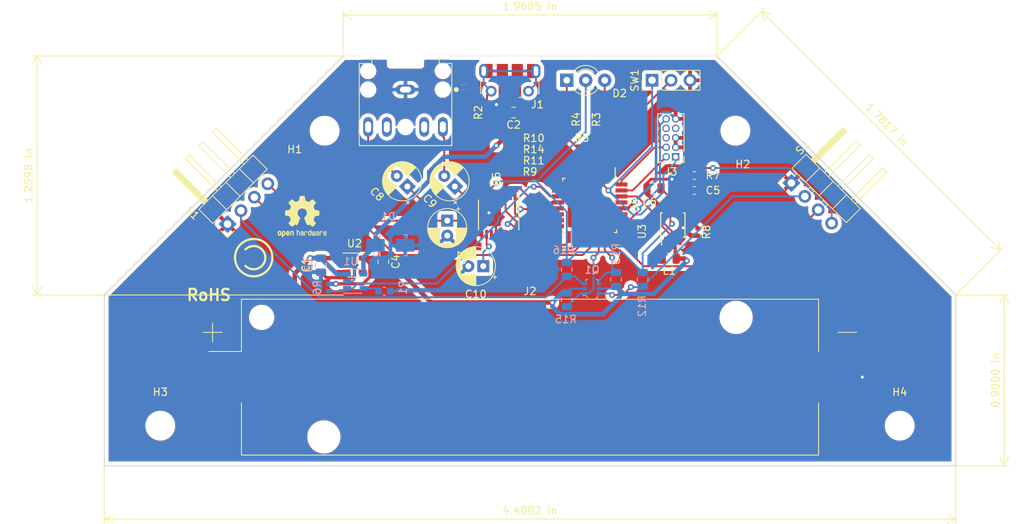
<source format=kicad_pcb>
(kicad_pcb (version 20171130) (host pcbnew "(5.1.5)-3")
  (title_block (title "USonic Theremin") (date 2020-12-02) (rev 1.0) (company "Hardy Technologies") (comment 1 "By Neil Hardy"))
  (layers (0 F.Cu signal hide) (31 B.Cu signal hide) (34 B.Paste user) (35 F.Paste user) (36 B.SilkS user) (37 F.SilkS user) (38 B.Mask user) (39 F.Mask user) (44 Edge.Cuts user))
  (net 0 "")
  (net 1 /VBUS)
  (net 2 GNDA)
  (net 3 /VBAT)
  (net 4 /3.3V)
  (net 5 /5V)
  (net 6 "Net-(C5-Pad2)")
  (net 7 /VOUTL)
  (net 8 "Net-(C8-Pad1)")
  (net 9 /VOUTR)
  (net 10 "Net-(C9-Pad1)")
  (net 11 /VCOM)
  (net 12 "Net-(D2-Pad1)")
  (net 13 "Net-(D2-Pad3)")
  (net 14 "Net-(J1-Pad6)")
  (net 15 "Net-(J1-Pad2)")
  (net 16 "Net-(J1-Pad4)")
  (net 17 "Net-(J1-Pad3)")
  (net 18 /SWD_DATA)
  (net 19 GNDD)
  (net 20 /SWD_CLK)
  (net 21 "Net-(J3-Pad6)")
  (net 22 "Net-(J3-Pad7)")
  (net 23 "Net-(J3-Pad8)")
  (net 24 /XRES)
  (net 25 "Net-(J4-Pad11)")
  (net 26 "Net-(J4-Pad10)")
  (net 27 "Net-(L1-Pad2)")
  (net 28 /ECHO2)
  (net 29 /ECHO1S)
  (net 30 /ECHO2S)
  (net 31 /ECHO1)
  (net 32 /STAT)
  (net 33 /BLUE)
  (net 34 /RED)
  (net 35 /SCK)
  (net 36 /BCK)
  (net 37 /DATA)
  (net 38 /LRCK)
  (net 39 /TRIG1)
  (net 40 /TRIG2)
  (net 41 /BUTTON)
  (net 42 /DEMP)
  (net 43 /MUTE)
  (net 44 /FMT)
  (net 45 /ENABLE)
  (net 46 "Net-(U4-Pad6)")
  (net 47 "Net-(U5-Pad5)")
  (net 48 "Net-(U5-Pad11)")
  (net 49 "Net-(R1-Pad1)")
  (net 50 "Net-(R4-Pad2)")
  (net 51 "Net-(R9-Pad1)")
  (net 52 "Net-(R10-Pad1)")
  (net 53 "Net-(R11-Pad1)")
  (net 54 "Net-(R14-Pad2)")
  (net 55 "Net-(U2-Pad4)")
  (net 56 "Net-(U3-Pad6)")
  (net 57 "Net-(U4-Pad4)")
  (net 58 "Net-(U4-Pad5)")
  (net 59 "Net-(U4-Pad7)")
  (net 60 "Net-(U4-Pad8)")
  (net 61 "Net-(U4-Pad13)")
  (net 62 "Net-(U4-Pad20)")
  (net 63 "Net-(U4-Pad27)")
  (net 64 "Net-(U4-Pad29)")
  (module Symbol:OSHW-Logo2_7.3x6mm_SilkScreen (layer F.Cu) (at 109.614 108.42)
    (fp_text reference REF** hide)
    (fp_text value OSHW-Logo2_7.3x6mm_SilkScreen hide)
  )
  (module Fiducial:Fiducial_1mm_Mask2mm (layer F.Cu) (at 88.114 123.92)
    (fp_text reference " " (at 0 -2) (layer F.SilkS))
    (fp_text value " ")
    (pad "" smd circle (at 0 0) (size 1 1) (layers F.Cu F.Mask) (clearance 0.5))
  )
  (module Fiducial:Fiducial_1mm_Mask2mm (layer F.Cu) (at 112.614 102.92)
    (fp_text reference " " (at 0 -2) (layer F.SilkS))
    (fp_text value " ")
    (pad "" smd circle (at 0 0) (size 1 1) (layers F.Cu F.Mask) (clearance 0.5))
  )
  (module Fiducial:Fiducial_1mm_Mask2mm (layer F.Cu) (at 193.114 123.92)
    (fp_text reference " " (at 0 -2) (layer F.SilkS))
    (fp_text value " ")
    (pad "" smd circle (at 0 0) (size 1 1) (layers F.Cu F.Mask) (clearance 0.5))
  )
  (module digikey-footprints:DO-214AC (layer B.Cu) (at 121.412 112.268)
    (fp_text reference D1 (at -0.298 -3.848 180) (layer B.SilkS) (effects (justify mirror)))
    (fp_text value D_Schottky)
    (pad 2 smd rect (at 2 0) (size 2.5 1.7) (layers B.Cu B.Paste B.Mask) (net 2 GNDA))
    (pad 1 smd rect (at -2 0) (size 2.5 1.7) (layers B.Cu B.Paste B.Mask) (net 1 /VBUS))
  )
  (module Symbol:Symbol_CC-ShareAlike_CopperTop_Small (layer F.Cu) (at 103.114 113.92)
    (fp_text reference " " (at 1.5 -3.5) (layer F.SilkS))
    (fp_text value CC-ShareAlike)
  )
  (module MountingHole:MountingHole_3mm (layer F.Cu) (at 189.614 136.42)
    (fp_text reference H4 (at 0 -4.5) (layer F.SilkS))
    (fp_text value " ")
    (pad 1 np_thru_hole circle (at 0 0) (size 3 3) (drill 3) (layers *.Cu *.Mask))
  )
  (module MountingHole:MountingHole_3mm (layer F.Cu) (at 90.614 136.42)
    (fp_text reference H3 (at 0 -4.5) (layer F.SilkS))
    (fp_text value " ")
    (pad 1 np_thru_hole circle (at 0 0) (size 3 3) (drill 3) (layers *.Cu *.Mask))
  )
  (module MountingHole:MountingHole_3mm (layer F.Cu) (at 167.614 96.92)
    (fp_text reference H2 (at 1 4.5) (layer F.SilkS))
    (fp_text value " ")
    (pad 1 np_thru_hole circle (at 0 0) (size 3 3) (drill 3) (layers *.Cu *.Mask))
  )
  (module MountingHole:MountingHole_3mm (layer F.Cu) (at 112.614 96.92)
    (fp_text reference H1 (at -4 2.5) (layer F.SilkS))
    (fp_text value 3mm)
    (pad 1 np_thru_hole circle (at 0 0) (size 3 3) (drill 3) (layers *.Cu *.Mask))
  )
  (module Connector_PinHeader_2.54mm:PinHeader_1x04_P2.54mm_Horizontal (layer F.Cu) (at 99.614 109.42 135)
    (fp_text reference S1 (at 4.385 -2.27 135) (layer F.SilkS))
    (fp_text value HC-SR04)
    (pad 4 thru_hole oval (at 0 7.62 135) (size 1.7 1.7) (drill 1) (layers *.Cu *.Mask) (net 5 /5V))
    (pad 3 thru_hole oval (at 0 5.08 135) (size 1.7 1.7) (drill 1) (layers *.Cu *.Mask) (net 39 /TRIG1))
    (pad 2 thru_hole oval (at 0 2.54 135) (size 1.7 1.7) (drill 1) (layers *.Cu *.Mask) (net 31 /ECHO1))
    (pad 1 thru_hole rect (at 0 0 135) (size 1.7 1.7) (drill 1) (layers *.Cu *.Mask) (net 19 GNDD))
  )
  (module Connector_PinHeader_2.54mm:PinHeader_1x04_P2.54mm_Horizontal (layer F.Cu) (at 175.114 103.92 45)
    (fp_text reference S2 (at 4.385 -2.27 45) (layer F.SilkS))
    (fp_text value HC-SR04)
    (pad 1 thru_hole rect (at 0 0 45) (size 1.7 1.7) (drill 1) (layers *.Cu *.Mask) (net 19 GNDD))
    (pad 2 thru_hole oval (at 0 2.54 45) (size 1.7 1.7) (drill 1) (layers *.Cu *.Mask) (net 28 /ECHO2))
    (pad 3 thru_hole oval (at 0 5.08 45) (size 1.7 1.7) (drill 1) (layers *.Cu *.Mask) (net 40 /TRIG2))
    (pad 4 thru_hole oval (at 0 7.62 45) (size 1.7 1.7) (drill 1) (layers *.Cu *.Mask) (net 5 /5V))
  )
  (module Package_SO:TSSOP-8_3x3mm_P0.65mm (layer F.Cu) (at 159.239001 109.542999 90)
    (fp_text reference U3 (at -0.877001 -4.125001 90) (layer F.SilkS))
    (fp_text value PAM2401)
    (pad 8 smd rect (at 2.15 -0.975 90) (size 1.1 0.4) (layers F.Cu F.Paste F.Mask) (net 2 GNDA))
    (pad 7 smd rect (at 2.15 -0.325 90) (size 1.1 0.4) (layers F.Cu F.Paste F.Mask) (net 5 /5V))
    (pad 6 smd rect (at 2.15 0.325 90) (size 1.1 0.4) (layers F.Cu F.Paste F.Mask) (net 56 "Net-(U3-Pad6)"))
    (pad 5 smd rect (at 2.15 0.975 90) (size 1.1 0.4) (layers F.Cu F.Paste F.Mask) (net 6 "Net-(C5-Pad2)"))
    (pad 4 smd rect (at -2.15 0.975 90) (size 1.1 0.4) (layers F.Cu F.Paste F.Mask) (net 2 GNDA))
    (pad 3 smd rect (at -2.15 0.325 90) (size 1.1 0.4) (layers F.Cu F.Paste F.Mask) (net 4 /3.3V))
    (pad 2 smd rect (at -2.15 -0.325 90) (size 1.1 0.4) (layers F.Cu F.Paste F.Mask) (net 45 /ENABLE))
    (pad 1 smd rect (at -2.15 -0.975 90) (size 1.1 0.4) (layers F.Cu F.Paste F.Mask) (net 27 "Net-(L1-Pad2)"))
  )
  (module Connector_PinHeader_1.27mm:PinHeader_2x05_P1.27mm_Vertical (layer F.Cu) (at 159.614 100.42 180)
    (fp_text reference J3 (at 0.635 -2) (layer F.SilkS))
    (fp_text value JTAG)
    (pad 10 thru_hole oval (at 1.27 5.08 180) (size 1 1) (drill 0.65) (layers *.Cu *.Mask) (net 24 /XRES))
    (pad 9 thru_hole oval (at 0 5.08 180) (size 1 1) (drill 0.65) (layers *.Cu *.Mask) (net 19 GNDD))
    (pad 8 thru_hole oval (at 1.27 3.81 180) (size 1 1) (drill 0.65) (layers *.Cu *.Mask) (net 23 "Net-(J3-Pad8)"))
    (pad 7 thru_hole oval (at 0 3.81 180) (size 1 1) (drill 0.65) (layers *.Cu *.Mask) (net 22 "Net-(J3-Pad7)"))
    (pad 6 thru_hole oval (at 1.27 2.54 180) (size 1 1) (drill 0.65) (layers *.Cu *.Mask) (net 21 "Net-(J3-Pad6)"))
    (pad 5 thru_hole oval (at 0 2.54 180) (size 1 1) (drill 0.65) (layers *.Cu *.Mask) (net 19 GNDD))
    (pad 4 thru_hole oval (at 1.27 1.27 180) (size 1 1) (drill 0.65) (layers *.Cu *.Mask) (net 20 /SWD_CLK))
    (pad 3 thru_hole oval (at 0 1.27 180) (size 1 1) (drill 0.65) (layers *.Cu *.Mask) (net 19 GNDD))
    (pad 2 thru_hole oval (at 1.27 0 180) (size 1 1) (drill 0.65) (layers *.Cu *.Mask) (net 18 /SWD_DATA))
    (pad 1 thru_hole rect (at 0 0 180) (size 1 1) (drill 0.65) (layers *.Cu *.Mask) (net 4 /3.3V))
  )
  (module Resistor_SMD:R_0402_1005Metric (layer F.Cu) (at 147.066 99.06)
    (fp_text reference R5 (at 0 -1.17) (layer F.SilkS))
    (fp_text value 100)
    (pad 2 smd roundrect (at 0.485 0) (size 0.59 0.64) (layers F.Cu F.Paste F.Mask) (net 34 /RED))
    (pad 1 smd roundrect (at -0.485 0) (size 0.59 0.64) (layers F.Cu F.Paste F.Mask) (net 50 "Net-(R4-Pad2)"))
  )
  (module Capacitor_SMD:C_0805_2012Metric (layer F.Cu) (at 137.922 94.488 180)
    (fp_text reference C2 (at 0 -1.65) (layer F.SilkS))
    (fp_text value 10u)
    (pad 1 smd roundrect (at -0.9375 0 180) (size 0.975 1.4) (layers F.Cu F.Paste F.Mask) (net 1 /VBUS))
    (pad 2 smd roundrect (at 0.9375 0 180) (size 0.975 1.4) (layers F.Cu F.Paste F.Mask) (net 2 GNDA))
  )
  (module Capacitor_SMD:C_0805_2012Metric (layer B.Cu) (at 112.114 114.92 270)
    (fp_text reference C3 (at 0 1.65 270) (layer B.SilkS) (effects (justify mirror)))
    (fp_text value 10u)
    (pad 1 smd roundrect (at -0.9375 0 270) (size 0.975 1.4) (layers B.Cu B.Paste B.Mask) (net 3 /VBAT))
    (pad 2 smd roundrect (at 0.9375 0 270) (size 0.975 1.4) (layers B.Cu B.Paste B.Mask) (net 2 GNDA))
  )
  (module Capacitor_SMD:C_0805_2012Metric (layer F.Cu) (at 112.114 114.92 270)
    (fp_text reference C1 (at 0 2 90) (layer F.SilkS))
    (fp_text value 10u)
    (pad 2 smd roundrect (at 0.9375 0 270) (size 0.975 1.4) (layers F.Cu F.Paste F.Mask) (net 19 GNDD))
    (pad 1 smd roundrect (at -0.9375 0 270) (size 0.975 1.4) (layers F.Cu F.Paste F.Mask) (net 3 /VBAT))
  )
  (module Capacitor_SMD:C_0805_2012Metric (layer F.Cu) (at 120.48 114.4595 270)
    (fp_text reference C4 (at 0 -1.65 90) (layer F.SilkS))
    (fp_text value 10u)
    (pad 1 smd roundrect (at -0.9375 0 270) (size 0.975 1.4) (layers F.Cu F.Paste F.Mask) (net 4 /3.3V))
    (pad 2 smd roundrect (at 0.9375 0 270) (size 0.975 1.4) (layers F.Cu F.Paste F.Mask) (net 19 GNDD))
  )
  (module Capacitor_SMD:C_0603_1608Metric (layer F.Cu) (at 162.114 104.92)
    (fp_text reference C5 (at 2.5 0) (layer F.SilkS))
    (fp_text value 1n)
    (pad 1 smd roundrect (at -0.7875 0) (size 0.875 0.95) (layers F.Cu F.Paste F.Mask) (net 5 /5V))
    (pad 2 smd roundrect (at 0.7875 0) (size 0.875 0.95) (layers F.Cu F.Paste F.Mask) (net 6 "Net-(C5-Pad2)"))
  )
  (module Capacitor_SMD:C_0805_2012Metric (layer F.Cu) (at 156.718 104.648 180)
    (fp_text reference C6 (at 0.604 -1.772) (layer F.SilkS))
    (fp_text value 22u)
    (pad 1 smd roundrect (at -0.9375 0 180) (size 0.975 1.4) (layers F.Cu F.Paste F.Mask) (net 5 /5V))
    (pad 2 smd roundrect (at 0.9375 0 180) (size 0.975 1.4) (layers F.Cu F.Paste F.Mask) (net 2 GNDA))
  )
  (module Capacitor_THT:CP_Radial_D5.0mm_P2.00mm (layer F.Cu) (at 129.032 108.966 270)
    (fp_text reference C7 (at 5 -2 90) (layer F.SilkS))
    (fp_text value 10u)
    (pad 1 thru_hole rect (at 0 0 270) (size 1.6 1.6) (drill 0.8) (layers *.Cu *.Mask) (net 5 /5V))
    (pad 2 thru_hole circle (at 2 0 270) (size 1.6 1.6) (drill 0.8) (layers *.Cu *.Mask) (net 2 GNDA))
  )
  (module Capacitor_THT:CP_Radial_D5.0mm_P2.00mm (layer F.Cu) (at 123.698 104.394 135)
    (fp_text reference C8 (at 2.162333 -3.613316 135) (layer F.SilkS))
    (fp_text value 10u)
    (pad 2 thru_hole circle (at 2 0 135) (size 1.6 1.6) (drill 0.8) (layers *.Cu *.Mask) (net 7 /VOUTL))
    (pad 1 thru_hole rect (at 0 0 135) (size 1.6 1.6) (drill 0.8) (layers *.Cu *.Mask) (net 8 "Net-(C8-Pad1)"))
  )
  (module Capacitor_THT:CP_Radial_D5.0mm_P2.00mm (layer F.Cu) (at 130.048 104.394 135)
    (fp_text reference C9 (at 1 -3.75 135) (layer F.SilkS))
    (fp_text value 10u)
    (pad 2 thru_hole circle (at 2 0 135) (size 1.6 1.6) (drill 0.8) (layers *.Cu *.Mask) (net 9 /VOUTR))
    (pad 1 thru_hole rect (at 0 0 135) (size 1.6 1.6) (drill 0.8) (layers *.Cu *.Mask) (net 10 "Net-(C9-Pad1)"))
  )
  (module Capacitor_THT:CP_Radial_D5.0mm_P2.00mm (layer F.Cu) (at 133.858 115.062 180)
    (fp_text reference C10 (at 1 -3.75) (layer F.SilkS))
    (fp_text value 10u)
    (pad 1 thru_hole rect (at 0 0 180) (size 1.6 1.6) (drill 0.8) (layers *.Cu *.Mask) (net 11 /VCOM))
    (pad 2 thru_hole circle (at 2 0 180) (size 1.6 1.6) (drill 0.8) (layers *.Cu *.Mask) (net 2 GNDA))
  )
  (module LED_THT:LED_D3.0mm-3 (layer F.Cu) (at 145.034 90.17)
    (fp_text reference D2 (at 7.08 1.75) (layer F.SilkS))
    (fp_text value LED_Dual_CAC)
    (pad 1 thru_hole rect (at 0 0) (size 1.8 1.8) (drill 0.9) (layers *.Cu *.Mask) (net 12 "Net-(D2-Pad1)"))
    (pad 2 thru_hole circle (at 2.54 0) (size 1.8 1.8) (drill 0.9) (layers *.Cu *.Mask) (net 5 /5V))
    (pad 3 thru_hole circle (at 5.08 0) (size 1.8 1.8) (drill 0.9) (layers *.Cu *.Mask) (net 13 "Net-(D2-Pad3)"))
  )
  (module Connector_USB:USB_Micro-B_Molex-105017-0001 (layer F.Cu) (at 137.414 90.17 180)
    (fp_text reference J1 (at -3.7 -3.25) (layer F.SilkS))
    (fp_text value USB_B_Micro)
    (pad 6 smd rect (at 1 1.2375 180) (size 1.5 1.9) (layers F.Cu F.Paste F.Mask) (net 14 "Net-(J1-Pad6)"))
    (pad 6 thru_hole circle (at -2.5 -1.4625 180) (size 1.45 1.45) (drill 0.85) (layers *.Cu *.Mask) (net 14 "Net-(J1-Pad6)"))
    (pad 2 smd rect (at -0.65 -1.4625 180) (size 0.4 1.35) (layers F.Cu F.Paste F.Mask) (net 15 "Net-(J1-Pad2)"))
    (pad 1 smd rect (at -1.3 -1.4625 180) (size 0.4 1.35) (layers F.Cu F.Paste F.Mask) (net 1 /VBUS))
    (pad 5 smd rect (at 1.3 -1.4625 180) (size 0.4 1.35) (layers F.Cu F.Paste F.Mask) (net 2 GNDA))
    (pad 4 smd rect (at 0.65 -1.4625 180) (size 0.4 1.35) (layers F.Cu F.Paste F.Mask) (net 16 "Net-(J1-Pad4)"))
    (pad 3 smd rect (at 0 -1.4625 180) (size 0.4 1.35) (layers F.Cu F.Paste F.Mask) (net 17 "Net-(J1-Pad3)"))
    (pad 6 thru_hole circle (at 2.5 -1.4625 180) (size 1.45 1.45) (drill 0.85) (layers *.Cu *.Mask) (net 14 "Net-(J1-Pad6)"))
    (pad 6 smd rect (at -1 1.2375 180) (size 1.5 1.9) (layers F.Cu F.Paste F.Mask) (net 14 "Net-(J1-Pad6)"))
    (pad 6 thru_hole oval (at -3.5 1.2375) (size 1.2 1.9) (drill oval 0.6 1.3) (layers *.Cu *.Mask) (net 14 "Net-(J1-Pad6)"))
    (pad 6 thru_hole oval (at 3.5 1.2375 180) (size 1.2 1.9) (drill oval 0.6 1.3) (layers *.Cu *.Mask) (net 14 "Net-(J1-Pad6)"))
    (pad 6 smd rect (at 2.9 1.2375 180) (size 1.2 1.9) (layers F.Cu F.Mask) (net 14 "Net-(J1-Pad6)"))
    (pad 6 smd rect (at -2.9 1.2375 180) (size 1.2 1.9) (layers F.Cu F.Mask) (net 14 "Net-(J1-Pad6)"))
  )
  (module Battery:BatteryHolder_Keystone_1042_1x18650 (layer F.Cu) (at 140.114 129.92)
    (fp_text reference J2 (at 0 -11.5) (layer F.SilkS))
    (fp_text value "Li Battery")
    (pad 1 smd rect (at -39.33 0) (size 7.34 6.35) (layers F.Cu F.Paste F.Mask) (net 3 /VBAT))
    (pad 2 smd rect (at 39.33 0) (size 7.34 6.35) (layers F.Cu F.Paste F.Mask) (net 2 GNDA))
    (pad "" np_thru_hole circle (at 27.6 -8) (size 3.45 3.45) (drill 3.45) (layers *.Cu *.Mask))
    (pad "" np_thru_hole circle (at -27.6 8) (size 3.45 3.45) (drill 3.45) (layers *.Cu *.Mask))
    (pad "" np_thru_hole circle (at -35.93 -8) (size 2.39 2.39) (drill 2.39) (layers *.Cu *.Mask))
  )
  (module Theremin:CUI_SJ1-3525N (layer F.Cu) (at 123.444 91.42 270)
    (fp_text reference J4 (at -0.32516 -7.93865 90) (layer F.SilkS) (effects (font (size 1.000457 1.000457) (thickness 0.015))))
    (fp_text value SJ1-3525N)
    (fp_line (start -4.5 2) (end -4.5 6) (layer Edge.Cuts) (width 0.0001))
    (fp_line (start -3.3 2) (end -4.5 2) (layer Edge.Cuts) (width 0.0001))
    (fp_line (start -3.3 -2) (end -3.3 2) (layer Edge.Cuts) (width 0.0001))
    (fp_line (start -4.5 -2) (end -3.3 -2) (layer Edge.Cuts) (width 0.0001))
    (fp_line (start -4.5 -6) (end -4.5 -2) (layer Edge.Cuts) (width 0.0001))
    (pad None np_thru_hole circle (at 0 5 270) (size 1.2 1.2) (drill 1.2) (layers *.Cu *.Mask))
    (pad None np_thru_hole circle (at -2.5 5 270) (size 1.2 1.2) (drill 1.2) (layers *.Cu *.Mask))
    (pad None np_thru_hole circle (at 5 0 270) (size 1.2 1.2) (drill 1.2) (layers *.Cu *.Mask))
    (pad None np_thru_hole circle (at 0 -5 270) (size 1.2 1.2) (drill 1.2) (layers *.Cu *.Mask))
    (pad None np_thru_hole circle (at -2.5 -5 270) (size 1.2 1.2) (drill 1.2) (layers *.Cu *.Mask))
    (pad 3 thru_hole oval (at 5 -5 270) (size 2.616 1.308) (drill oval 1.5 0.8) (layers *.Cu *.Mask) (net 9 /VOUTR))
    (pad 11 thru_hole oval (at 5 -2.5 270) (size 2.616 1.308) (drill oval 1.5 0.8) (layers *.Cu *.Mask) (net 25 "Net-(J4-Pad11)"))
    (pad 10 thru_hole oval (at 5 2.5 270) (size 2.616 1.308) (drill oval 1.5 0.8) (layers *.Cu *.Mask) (net 26 "Net-(J4-Pad10)"))
    (pad 2 thru_hole oval (at 5 5 270) (size 2.616 1.308) (drill oval 1.5 0.8) (layers *.Cu *.Mask) (net 7 /VOUTL))
    (pad 1 thru_hole oval (at 0 0 270) (size 1.308 2.616) (drill oval 0.8 1.5) (layers *.Cu *.Mask) (net 2 GNDA))
  )
  (module Inductor_SMD:L_0805_2012Metric (layer F.Cu) (at 158.75 114.046 180)
    (fp_text reference L1 (at 0 -1.65) (layer F.SilkS))
    (fp_text value 2.2u)
    (pad 1 smd roundrect (at -0.9375 0 180) (size 0.975 1.4) (layers F.Cu F.Paste F.Mask) (net 4 /3.3V))
    (pad 2 smd roundrect (at 0.9375 0 180) (size 0.975 1.4) (layers F.Cu F.Paste F.Mask) (net 27 "Net-(L1-Pad2)"))
  )
  (module digikey-footprints:SOT-363 (layer B.Cu) (at 148.386 118.064 90)
    (fp_text reference Q1 (at 2.51 0.03 -180) (layer B.SilkS) (effects (justify mirror)))
    (fp_text value BSS138DW)
    (pad 6 smd rect (at -0.65 0.95 90) (size 0.42 0.6) (layers B.Cu B.Paste B.Mask) (net 28 /ECHO2))
    (pad 5 smd rect (at 0 0.95 90) (size 0.42 0.6) (layers B.Cu B.Paste B.Mask) (net 4 /3.3V))
    (pad 4 smd rect (at 0.65 0.95 90) (size 0.42 0.6) (layers B.Cu B.Paste B.Mask) (net 29 /ECHO1S))
    (pad 1 smd rect (at -0.65 -0.95 90) (size 0.42 0.6) (layers B.Cu B.Paste B.Mask) (net 30 /ECHO2S))
    (pad 2 smd rect (at 0 -0.95 90) (size 0.42 0.6) (layers B.Cu B.Paste B.Mask) (net 4 /3.3V))
    (pad 3 smd rect (at 0.65 -0.95 90) (size 0.42 0.6) (layers B.Cu B.Paste B.Mask) (net 31 /ECHO1))
  )
  (module Resistor_SMD:R_0402_1005Metric (layer F.Cu) (at 134.366 94.488 90)
    (fp_text reference R2 (at 0 -1.17 90) (layer F.SilkS))
    (fp_text value 100k)
    (pad 2 smd roundrect (at 0.485 0 90) (size 0.59 0.64) (layers F.Cu F.Paste F.Mask) (net 14 "Net-(J1-Pad6)"))
    (pad 1 smd roundrect (at -0.485 0 90) (size 0.59 0.64) (layers F.Cu F.Paste F.Mask) (net 2 GNDA))
  )
  (module Resistor_SMD:R_0402_1005Metric (layer B.Cu) (at 113.114 117.92 90)
    (fp_text reference R6 (at 0 -1.5 270) (layer B.SilkS) (effects (justify mirror)))
    (fp_text value 100k)
    (pad 2 smd roundrect (at 0.485 0 90) (size 0.59 0.64) (layers B.Cu B.Paste B.Mask) (net 4 /3.3V))
    (pad 1 smd roundrect (at -0.485 0 90) (size 0.59 0.64) (layers B.Cu B.Paste B.Mask) (net 32 /STAT))
  )
  (module Resistor_SMD:R_0603_1608Metric (layer B.Cu) (at 120.614 118.42)
    (fp_text reference R1 (at 2.5 -0.5 -90) (layer B.SilkS) (effects (justify mirror)))
    (fp_text value 2k)
    (pad 2 smd roundrect (at 0.7875 0) (size 0.875 0.95) (layers B.Cu B.Paste B.Mask) (net 2 GNDA))
    (pad 1 smd roundrect (at -0.7875 0) (size 0.875 0.95) (layers B.Cu B.Paste B.Mask) (net 49 "Net-(R1-Pad1)"))
  )
  (module Resistor_SMD:R_0402_1005Metric (layer F.Cu) (at 150.172462 95.435 90)
    (fp_text reference R3 (at 0 -1.17 90) (layer F.SilkS))
    (fp_text value 100)
    (pad 1 smd roundrect (at -0.485 0 90) (size 0.59 0.64) (layers F.Cu F.Paste F.Mask) (net 33 /BLUE))
    (pad 2 smd roundrect (at 0.485 0 90) (size 0.59 0.64) (layers F.Cu F.Paste F.Mask) (net 13 "Net-(D2-Pad3)"))
  )
  (module Resistor_SMD:R_0402_1005Metric (layer F.Cu) (at 145.114 95.405 270)
    (fp_text reference R4 (at 0 -1.17 90) (layer F.SilkS))
    (fp_text value 100)
    (pad 1 smd roundrect (at -0.485 0 270) (size 0.59 0.64) (layers F.Cu F.Paste F.Mask) (net 12 "Net-(D2-Pad1)"))
    (pad 2 smd roundrect (at 0.485 0 270) (size 0.59 0.64) (layers F.Cu F.Paste F.Mask) (net 50 "Net-(R4-Pad2)"))
  )
  (module Resistor_SMD:R_0402_1005Metric (layer F.Cu) (at 162.56 110.49 270)
    (fp_text reference R8 (at 0 -1.17 90) (layer F.SilkS))
    (fp_text value 100k)
    (pad 1 smd roundrect (at -0.485 0 270) (size 0.59 0.64) (layers F.Cu F.Paste F.Mask) (net 6 "Net-(C5-Pad2)"))
    (pad 2 smd roundrect (at 0.485 0 270) (size 0.59 0.64) (layers F.Cu F.Paste F.Mask) (net 2 GNDA))
  )
  (module Resistor_SMD:R_0603_1608Metric (layer F.Cu) (at 162.114 102.92)
    (fp_text reference R7 (at 2.5 0) (layer F.SilkS))
    (fp_text value 750k)
    (pad 1 smd roundrect (at -0.7875 0) (size 0.875 0.95) (layers F.Cu F.Paste F.Mask) (net 5 /5V))
    (pad 2 smd roundrect (at 0.7875 0) (size 0.875 0.95) (layers F.Cu F.Paste F.Mask) (net 6 "Net-(C5-Pad2)"))
  )
  (module Resistor_SMD:R_0805_2012Metric (layer B.Cu) (at 145.034 115.4915 90)
    (fp_text reference R16 (at 2.5715 -0.42 -180) (layer B.SilkS) (effects (justify mirror)))
    (fp_text value 10k)
    (pad 1 smd roundrect (at -0.9375 0 90) (size 0.975 1.4) (layers B.Cu B.Paste B.Mask) (net 31 /ECHO1))
    (pad 2 smd roundrect (at 0.9375 0 90) (size 0.975 1.4) (layers B.Cu B.Paste B.Mask) (net 5 /5V))
  )
  (module Resistor_SMD:R_0805_2012Metric (layer B.Cu) (at 151.638 116.84 270)
    (fp_text reference R13 (at -3.42 0 270) (layer B.SilkS) (effects (justify mirror)))
    (fp_text value 10k)
    (pad 1 smd roundrect (at -0.9375 0 270) (size 0.975 1.4) (layers B.Cu B.Paste B.Mask) (net 29 /ECHO1S))
    (pad 2 smd roundrect (at 0.9375 0 270) (size 0.975 1.4) (layers B.Cu B.Paste B.Mask) (net 4 /3.3V))
  )
  (module Resistor_SMD:R_0805_2012Metric (layer B.Cu) (at 155.194 116.84 90)
    (fp_text reference R12 (at -3.58 -0.08 90) (layer B.SilkS) (effects (justify mirror)))
    (fp_text value 10k)
    (pad 2 smd roundrect (at 0.9375 0 90) (size 0.975 1.4) (layers B.Cu B.Paste B.Mask) (net 5 /5V))
    (pad 1 smd roundrect (at -0.9375 0 90) (size 0.975 1.4) (layers B.Cu B.Paste B.Mask) (net 28 /ECHO2))
  )
  (module Resistor_SMD:R_0805_2012Metric (layer B.Cu) (at 145.034 119.554 90)
    (fp_text reference R15 (at -2.63358 -0.130705 -180) (layer B.SilkS) (effects (justify mirror)))
    (fp_text value 10k)
    (pad 2 smd roundrect (at 0.9375 0 90) (size 0.975 1.4) (layers B.Cu B.Paste B.Mask) (net 4 /3.3V))
    (pad 1 smd roundrect (at -0.9375 0 90) (size 0.975 1.4) (layers B.Cu B.Paste B.Mask) (net 30 /ECHO2S))
  )
  (module Resistor_SMD:R_0402_1005Metric (layer F.Cu) (at 140.462 107.442 180)
    (fp_text reference R14 (at -0.152 8.022) (layer F.SilkS))
    (fp_text value 100)
    (pad 1 smd roundrect (at -0.485 0 180) (size 0.59 0.64) (layers F.Cu F.Paste F.Mask) (net 35 /SCK))
    (pad 2 smd roundrect (at 0.485 0 180) (size 0.59 0.64) (layers F.Cu F.Paste F.Mask) (net 54 "Net-(R14-Pad2)"))
  )
  (module Resistor_SMD:R_0402_1005Metric (layer F.Cu) (at 140.462 108.712)
    (fp_text reference R11 (at 0.152 -7.792) (layer F.SilkS))
    (fp_text value 100)
    (pad 2 smd roundrect (at 0.485 0) (size 0.59 0.64) (layers F.Cu F.Paste F.Mask) (net 36 /BCK))
    (pad 1 smd roundrect (at -0.485 0) (size 0.59 0.64) (layers F.Cu F.Paste F.Mask) (net 53 "Net-(R11-Pad1)"))
  )
  (module Resistor_SMD:R_0402_1005Metric (layer F.Cu) (at 140.485 106.172)
    (fp_text reference R10 (at 0.129 -8.252) (layer F.SilkS))
    (fp_text value 100)
    (pad 1 smd roundrect (at -0.485 0) (size 0.59 0.64) (layers F.Cu F.Paste F.Mask) (net 52 "Net-(R10-Pad1)"))
    (pad 2 smd roundrect (at 0.485 0) (size 0.59 0.64) (layers F.Cu F.Paste F.Mask) (net 37 /DATA))
  )
  (module Resistor_SMD:R_0402_1005Metric (layer F.Cu) (at 140.462 109.982)
    (fp_text reference R9 (at -0.348 -7.562) (layer F.SilkS))
    (fp_text value 100)
    (pad 2 smd roundrect (at 0.485 0) (size 0.59 0.64) (layers F.Cu F.Paste F.Mask) (net 38 /LRCK))
    (pad 1 smd roundrect (at -0.485 0) (size 0.59 0.64) (layers F.Cu F.Paste F.Mask) (net 51 "Net-(R9-Pad1)"))
  )
  (module Connector_PinHeader_2.54mm:PinHeader_1x03_P2.54mm_Vertical (layer F.Cu) (at 156.464 90.17 90)
    (fp_text reference SW1 (at 0 -2.33 90) (layer F.SilkS))
    (fp_text value SW_SPDT)
    (pad 1 thru_hole rect (at 0 0 90) (size 1.7 1.7) (drill 1) (layers *.Cu *.Mask) (net 4 /3.3V))
    (pad 2 thru_hole oval (at 0 2.54 90) (size 1.7 1.7) (drill 1) (layers *.Cu *.Mask) (net 41 /BUTTON))
    (pad 3 thru_hole oval (at 0 5.08 90) (size 1.7 1.7) (drill 1) (layers *.Cu *.Mask) (net 19 GNDD))
  )
  (module Package_SO:SSOP-16_3.9x4.9mm_P0.635mm (layer F.Cu) (at 135.89 108.204 270)
    (fp_text reference U5 (at -4.784 0.276 90) (layer F.SilkS))
    (fp_text value PCM1754DBQR)
    (pad 1 smd rect (at -2.6 -2.2225 270) (size 1.2 0.4) (layers F.Cu F.Paste F.Mask) (net 53 "Net-(R11-Pad1)"))
    (pad 2 smd rect (at -2.6 -1.5875 270) (size 1.2 0.4) (layers F.Cu F.Paste F.Mask) (net 52 "Net-(R10-Pad1)"))
    (pad 3 smd rect (at -2.6 -0.9525 270) (size 1.2 0.4) (layers F.Cu F.Paste F.Mask) (net 51 "Net-(R9-Pad1)"))
    (pad 4 smd rect (at -2.6 -0.3175 270) (size 1.2 0.4) (layers F.Cu F.Paste F.Mask) (net 2 GNDA))
    (pad 5 smd rect (at -2.6 0.3175 270) (size 1.2 0.4) (layers F.Cu F.Paste F.Mask) (net 47 "Net-(U5-Pad5)"))
    (pad 6 smd rect (at -2.6 0.9525 270) (size 1.2 0.4) (layers F.Cu F.Paste F.Mask) (net 5 /5V))
    (pad 7 smd rect (at -2.6 1.5875 270) (size 1.2 0.4) (layers F.Cu F.Paste F.Mask) (net 8 "Net-(C8-Pad1)"))
    (pad 8 smd rect (at -2.6 2.2225 270) (size 1.2 0.4) (layers F.Cu F.Paste F.Mask) (net 10 "Net-(C9-Pad1)"))
    (pad 9 smd rect (at 2.6 2.2225 270) (size 1.2 0.4) (layers F.Cu F.Paste F.Mask) (net 2 GNDA))
    (pad 10 smd rect (at 2.6 1.5875 270) (size 1.2 0.4) (layers F.Cu F.Paste F.Mask) (net 11 /VCOM))
    (pad 11 smd rect (at 2.6 0.9525 270) (size 1.2 0.4) (layers F.Cu F.Paste F.Mask) (net 48 "Net-(U5-Pad11)"))
    (pad 12 smd rect (at 2.6 0.3175 270) (size 1.2 0.4) (layers F.Cu F.Paste F.Mask) (net 2 GNDA))
    (pad 13 smd rect (at 2.6 -0.3175 270) (size 1.2 0.4) (layers F.Cu F.Paste F.Mask) (net 42 /DEMP))
    (pad 14 smd rect (at 2.6 -0.9525 270) (size 1.2 0.4) (layers F.Cu F.Paste F.Mask) (net 43 /MUTE))
    (pad 15 smd rect (at 2.6 -1.5875 270) (size 1.2 0.4) (layers F.Cu F.Paste F.Mask) (net 44 /FMT))
    (pad 16 smd rect (at 2.6 -2.2225 270) (size 1.2 0.4) (layers F.Cu F.Paste F.Mask) (net 54 "Net-(R14-Pad2)"))
  )
  (module Package_TO_SOT_SMD:SOT-23-5 (layer B.Cu) (at 116.714 117.076)
    (fp_text reference U1 (at -0.6 -2.656) (layer B.SilkS) (effects (justify mirror)))
    (fp_text value MCP73831)
    (pad 1 smd rect (at -1.1 0.95) (size 1.06 0.65) (layers B.Cu B.Paste B.Mask) (net 32 /STAT))
    (pad 2 smd rect (at -1.1 0) (size 1.06 0.65) (layers B.Cu B.Paste B.Mask) (net 2 GNDA))
    (pad 3 smd rect (at -1.1 -0.95) (size 1.06 0.65) (layers B.Cu B.Paste B.Mask) (net 3 /VBAT))
    (pad 4 smd rect (at 1.1 -0.95) (size 1.06 0.65) (layers B.Cu B.Paste B.Mask) (net 1 /VBUS))
    (pad 5 smd rect (at 1.1 0.95) (size 1.06 0.65) (layers B.Cu B.Paste B.Mask) (net 49 "Net-(R1-Pad1)"))
  )
  (module Package_TO_SOT_SMD:SOT-23-5 (layer F.Cu) (at 116.614 114.92)
    (fp_text reference U2 (at 0 -2.9) (layer F.SilkS))
    (fp_text value XC6220B331MR)
    (pad 5 smd rect (at 1.1 -0.95) (size 1.06 0.65) (layers F.Cu F.Paste F.Mask) (net 4 /3.3V))
    (pad 4 smd rect (at 1.1 0.95) (size 1.06 0.65) (layers F.Cu F.Paste F.Mask) (net 55 "Net-(U2-Pad4)"))
    (pad 3 smd rect (at -1.1 0.95) (size 1.06 0.65) (layers F.Cu F.Paste F.Mask) (net 3 /VBAT))
    (pad 2 smd rect (at -1.1 0) (size 1.06 0.65) (layers F.Cu F.Paste F.Mask) (net 19 GNDD))
    (pad 1 smd rect (at -1.1 -0.95) (size 1.06 0.65) (layers F.Cu F.Paste F.Mask) (net 3 /VBAT))
  )
  (module Package_QFP:TQFP-32_7x7mm_P0.8mm (layer F.Cu) (at 148.114 106.92 270)
    (fp_text reference U4 (at 0 -6.05 90) (layer F.SilkS))
    (fp_text value ATSAMD21E17A)
    (pad 1 smd rect (at -4.25 -2.8 270) (size 1.6 0.55) (layers F.Cu F.Paste F.Mask) (net 41 /BUTTON))
    (pad 2 smd rect (at -4.25 -2 270) (size 1.6 0.55) (layers F.Cu F.Paste F.Mask) (net 33 /BLUE))
    (pad 3 smd rect (at -4.25 -1.2 270) (size 1.6 0.55) (layers F.Cu F.Paste F.Mask) (net 34 /RED))
    (pad 4 smd rect (at -4.25 -0.4 270) (size 1.6 0.55) (layers F.Cu F.Paste F.Mask) (net 57 "Net-(U4-Pad4)"))
    (pad 5 smd rect (at -4.25 0.4 270) (size 1.6 0.55) (layers F.Cu F.Paste F.Mask) (net 58 "Net-(U4-Pad5)"))
    (pad 6 smd rect (at -4.25 1.2 270) (size 1.6 0.55) (layers F.Cu F.Paste F.Mask) (net 46 "Net-(U4-Pad6)"))
    (pad 7 smd rect (at -4.25 2 270) (size 1.6 0.55) (layers F.Cu F.Paste F.Mask) (net 59 "Net-(U4-Pad7)"))
    (pad 8 smd rect (at -4.25 2.8 270) (size 1.6 0.55) (layers F.Cu F.Paste F.Mask) (net 60 "Net-(U4-Pad8)"))
    (pad 9 smd rect (at -2.8 4.25) (size 1.6 0.55) (layers F.Cu F.Paste F.Mask) (net 4 /3.3V))
    (pad 10 smd rect (at -2 4.25) (size 1.6 0.55) (layers F.Cu F.Paste F.Mask) (net 19 GNDD))
    (pad 11 smd rect (at -1.2 4.25) (size 1.6 0.55) (layers F.Cu F.Paste F.Mask) (net 32 /STAT))
    (pad 12 smd rect (at -0.4 4.25) (size 1.6 0.55) (layers F.Cu F.Paste F.Mask) (net 37 /DATA))
    (pad 13 smd rect (at 0.4 4.25) (size 1.6 0.55) (layers F.Cu F.Paste F.Mask) (net 61 "Net-(U4-Pad13)"))
    (pad 14 smd rect (at 1.2 4.25) (size 1.6 0.55) (layers F.Cu F.Paste F.Mask) (net 35 /SCK))
    (pad 15 smd rect (at 2 4.25) (size 1.6 0.55) (layers F.Cu F.Paste F.Mask) (net 36 /BCK))
    (pad 16 smd rect (at 2.8 4.25) (size 1.6 0.55) (layers F.Cu F.Paste F.Mask) (net 38 /LRCK))
    (pad 17 smd rect (at 4.25 2.8 270) (size 1.6 0.55) (layers F.Cu F.Paste F.Mask) (net 44 /FMT))
    (pad 18 smd rect (at 4.25 2 270) (size 1.6 0.55) (layers F.Cu F.Paste F.Mask) (net 43 /MUTE))
    (pad 19 smd rect (at 4.25 1.2 270) (size 1.6 0.55) (layers F.Cu F.Paste F.Mask) (net 42 /DEMP))
    (pad 20 smd rect (at 4.25 0.4 270) (size 1.6 0.55) (layers F.Cu F.Paste F.Mask) (net 62 "Net-(U4-Pad20)"))
    (pad 21 smd rect (at 4.25 -0.4 270) (size 1.6 0.55) (layers F.Cu F.Paste F.Mask) (net 39 /TRIG1))
    (pad 22 smd rect (at 4.25 -1.2 270) (size 1.6 0.55) (layers F.Cu F.Paste F.Mask) (net 30 /ECHO2S))
    (pad 23 smd rect (at 4.25 -2 270) (size 1.6 0.55) (layers F.Cu F.Paste F.Mask) (net 29 /ECHO1S))
    (pad 24 smd rect (at 4.25 -2.8 270) (size 1.6 0.55) (layers F.Cu F.Paste F.Mask) (net 40 /TRIG2))
    (pad 25 smd rect (at 2.8 -4.25) (size 1.6 0.55) (layers F.Cu F.Paste F.Mask) (net 45 /ENABLE))
    (pad 26 smd rect (at 2 -4.25) (size 1.6 0.55) (layers F.Cu F.Paste F.Mask) (net 24 /XRES))
    (pad 27 smd rect (at 1.2 -4.25) (size 1.6 0.55) (layers F.Cu F.Paste F.Mask) (net 63 "Net-(U4-Pad27)"))
    (pad 28 smd rect (at 0.4 -4.25) (size 1.6 0.55) (layers F.Cu F.Paste F.Mask) (net 19 GNDD))
    (pad 29 smd rect (at -0.4 -4.25) (size 1.6 0.55) (layers F.Cu F.Paste F.Mask) (net 64 "Net-(U4-Pad29)"))
    (pad 30 smd rect (at -1.2 -4.25) (size 1.6 0.55) (layers F.Cu F.Paste F.Mask) (net 4 /3.3V))
    (pad 31 smd rect (at -2 -4.25) (size 1.6 0.55) (layers F.Cu F.Paste F.Mask) (net 18 /SWD_DATA))
    (pad 32 smd rect (at -2.8 -4.25) (size 1.6 0.55) (layers F.Cu F.Paste F.Mask) (net 20 /SWD_CLK))
  )
  (gr_text RoHS (at 97.114 118.92) (layer F.SilkS) (effects (font (size 1.5 1.5) (thickness 0.3))))
  (dimension 32 (width 0.12) (layer F.SilkS) (gr_text "32.000 mm" (at 72.844 102.92 270) (layer F.SilkS) (effects (font (size 1 1) (thickness 0.15)))) (feature1 (pts (xy 115.114 118.92) (xy 73.527579 118.92))) (feature2 (pts (xy 115.114 86.92) (xy 73.527579 86.92))) (crossbar (pts (xy 74.114 86.92) (xy 74.114 118.92))) (arrow1a (pts (xy 74.114 118.92) (xy 73.527579 117.793496))) (arrow1b (pts (xy 74.114 118.92) (xy 74.700421 117.793496))) (arrow2a (pts (xy 74.114 86.92) (xy 73.527579 88.046504))) (arrow2b (pts (xy 74.114 86.92) (xy 74.700421 88.046504))))
  (dimension 45.254834 (width 0.12) (layer F.SilkS) (gr_text "45.255 mm" (at 188.012026 96.021974 315) (layer F.SilkS) (effects (font (size 1 1) (thickness 0.15)))) (feature1 (pts (xy 197.114 118.92) (xy 203.528662 112.505338))) (feature2 (pts (xy 165.114 86.92) (xy 171.528662 80.505338))) (crossbar (pts (xy 171.114 80.92) (xy 203.114 112.92))) (arrow1a (pts (xy 203.114 112.92) (xy 201.902779 112.538104))) (arrow1b (pts (xy 203.114 112.92) (xy 202.732104 111.708779))) (arrow2a (pts (xy 171.114 80.92) (xy 171.495896 82.131221))) (arrow2b (pts (xy 171.114 80.92) (xy 172.325221 81.301896))))
  (dimension 50 (width 0.12) (layer F.SilkS) (gr_text "50.000 mm" (at 140.114 80.15) (layer F.SilkS) (effects (font (size 1 1) (thickness 0.15)))) (feature1 (pts (xy 165.114 86.92) (xy 165.114 80.833579))) (feature2 (pts (xy 115.114 86.92) (xy 115.114 80.833579))) (crossbar (pts (xy 115.114 81.42) (xy 165.114 81.42))) (arrow1a (pts (xy 165.114 81.42) (xy 163.987496 82.006421))) (arrow1b (pts (xy 165.114 81.42) (xy 163.987496 80.833579))) (arrow2a (pts (xy 115.114 81.42) (xy 116.240504 82.006421))) (arrow2b (pts (xy 115.114 81.42) (xy 116.240504 80.833579))))
  (dimension 114 (width 0.12) (layer F.SilkS) (gr_text "114.000 mm" (at 140.114 150.189999) (layer F.SilkS) (effects (font (size 1 1) (thickness 0.15)))) (feature1 (pts (xy 197.114 141.78) (xy 197.114 149.50642))) (feature2 (pts (xy 83.114 141.78) (xy 83.114 149.50642))) (crossbar (pts (xy 83.114 148.919999) (xy 197.114 148.919999))) (arrow1a (pts (xy 197.114 148.919999) (xy 195.987496 149.50642))) (arrow1b (pts (xy 197.114 148.919999) (xy 195.987496 148.333578))) (arrow2a (pts (xy 83.114 148.919999) (xy 84.240504 149.50642))) (arrow2b (pts (xy 83.114 148.919999) (xy 84.240504 148.333578))))
  (dimension 22.86 (width 0.12) (layer F.SilkS) (gr_text "22.860 mm" (at 204.884 130.35 270) (layer F.SilkS) (effects (font (size 1 1) (thickness 0.15)))) (feature1 (pts (xy 197.114 141.78) (xy 204.200421 141.78))) (feature2 (pts (xy 197.114 118.92) (xy 204.200421 118.92))) (crossbar (pts (xy 203.614 118.92) (xy 203.614 141.78))) (arrow1a (pts (xy 203.614 141.78) (xy 203.027579 140.653496))) (arrow1b (pts (xy 203.614 141.78) (xy 204.200421 140.653496))) (arrow2a (pts (xy 203.614 118.92) (xy 203.027579 120.046504))) (arrow2b (pts (xy 203.614 118.92) (xy 204.200421 120.046504))))
  (gr_line (start 129.444 86.92) (end 165.114 86.92) (layer Edge.Cuts) (width 0.05))
  (gr_line (start 115.114 86.92) (end 117.444 86.92) (layer Edge.Cuts) (width 0.05))
  (gr_line (start 83.114 118.92) (end 83.114 141.78) (layer Edge.Cuts) (width 0.12))
  (gr_line (start 197.114 118.92) (end 197.114 141.78) (layer Edge.Cuts) (width 0.12))
  (gr_line (start 83.114 118.92) (end 115.114 86.92) (layer Edge.Cuts) (width 0.12))
  (gr_line (start 83.114 141.78) (end 197.114 141.78) (layer Edge.Cuts) (width 0.12))
  (gr_line (start 165.114 86.92) (end 197.114 118.92) (layer Edge.Cuts) (width 0.12))
  (segment (start 117.814 113.866) (end 119.412 112.268) (width 0.61) (layer B.Cu) (net 1))
  (segment (start 117.814 116.126) (end 117.814 113.866) (width 0.61) (layer B.Cu) (net 1))
  (segment (start 119.412 110.808) (end 126.614 103.606) (width 0.61) (layer B.Cu) (net 1))
  (segment (start 119.412 112.268) (end 119.412 110.808) (width 0.61) (layer B.Cu) (net 1))
  (segment (start 126.614 103.606) (end 126.614 102.42) (width 0.61) (layer B.Cu) (net 1))
  (segment (start 126.614 102.42) (end 128.614 100.42) (width 0.61) (layer B.Cu) (net 1))
  (segment (start 128.614 100.42) (end 134.114 100.42) (width 0.61) (layer B.Cu) (net 1))
  (via (at 135.614 98.92) (size 0.8) (drill 0.4) (layers F.Cu B.Cu) (net 1))
  (segment (start 134.114 100.42) (end 135.614 98.92) (width 0.61) (layer B.Cu) (net 1))
  (segment (start 138.8595 95.6745) (end 138.8595 94.488) (width 0.61) (layer F.Cu) (net 1))
  (segment (start 135.614 98.92) (end 138.8595 95.6745) (width 0.61) (layer F.Cu) (net 1))
  (segment (start 138.714 94.3425) (end 138.8595 94.488) (width 0.25) (layer F.Cu) (net 1))
  (segment (start 138.714 91.6325) (end 138.714 94.3425) (width 0.25) (layer F.Cu) (net 1))
  (via (at 134.614 107.92) (size 0.8) (drill 0.4) (layers F.Cu B.Cu) (net 2))
  (via (at 135.614 93.42) (size 0.8) (drill 0.4) (layers F.Cu B.Cu) (net 2))
  (via (at 160.614 109.92) (size 0.8) (drill 0.4) (layers F.Cu B.Cu) (net 2))
  (via (at 159.114 103.42) (size 0.8) (drill 0.4) (layers F.Cu B.Cu) (net 2))
  (via (at 184.614 129.92) (size 0.8) (drill 0.4) (layers F.Cu B.Cu) (net 2))
  (segment (start 179.444 129.92) (end 184.614 129.92) (width 0.61) (layer F.Cu) (net 2))
  (segment (start 161.669 110.975) (end 160.614 109.92) (width 0.61) (layer F.Cu) (net 2))
  (segment (start 162.56 110.975) (end 161.669 110.975) (width 0.61) (layer F.Cu) (net 2))
  (segment (start 160.614 111.348001) (end 160.269002 111.692999) (width 0.61) (layer F.Cu) (net 2))
  (segment (start 160.614 109.92) (end 160.614 111.348001) (width 0.61) (layer F.Cu) (net 2))
  (segment (start 157.825499 107.392999) (end 158.209 107.392999) (width 0.61) (layer F.Cu) (net 2))
  (segment (start 155.7805 104.648) (end 155.7805 105.348) (width 0.61) (layer F.Cu) (net 2))
  (segment (start 155.7805 105.348) (end 157.825499 107.392999) (width 0.61) (layer F.Cu) (net 2))
  (segment (start 116.394 117.076) (end 116.614 116.856) (width 0.25) (layer B.Cu) (net 2))
  (segment (start 115.614 117.076) (end 116.394 117.076) (width 0.25) (layer B.Cu) (net 2))
  (segment (start 116.614 116.856) (end 116.614 113.92) (width 0.25) (layer B.Cu) (net 2))
  (segment (start 128.5 118.42) (end 131.858 115.062) (width 0.25) (layer B.Cu) (net 2))
  (segment (start 121.4015 118.42) (end 128.5 118.42) (width 0.25) (layer B.Cu) (net 2))
  (segment (start 135.5725 109.954) (end 135.114 109.4955) (width 0.25) (layer F.Cu) (net 2))
  (segment (start 135.5725 110.804) (end 135.5725 109.954) (width 0.25) (layer F.Cu) (net 2))
  (segment (start 136.2075 106.454) (end 135.114 107.5475) (width 0.25) (layer F.Cu) (net 2))
  (segment (start 136.2075 105.604) (end 136.2075 106.454) (width 0.25) (layer F.Cu) (net 2))
  (segment (start 136.114 92.92) (end 135.614 93.42) (width 0.25) (layer F.Cu) (net 2))
  (segment (start 136.114 91.6325) (end 136.114 92.92) (width 0.25) (layer F.Cu) (net 2))
  (segment (start 135.614 94.045) (end 135.614 93.985685) (width 0.25) (layer F.Cu) (net 2))
  (segment (start 135.614 93.985685) (end 135.614 93.42) (width 0.25) (layer F.Cu) (net 2))
  (segment (start 134.686 94.973) (end 135.614 94.045) (width 0.25) (layer F.Cu) (net 2))
  (segment (start 134.366 94.973) (end 134.686 94.973) (width 0.25) (layer F.Cu) (net 2))
  (segment (start 136.682 94.488) (end 135.614 93.42) (width 0.25) (layer F.Cu) (net 2))
  (segment (start 136.9845 94.488) (end 136.682 94.488) (width 0.25) (layer F.Cu) (net 2))
  (segment (start 158.548315 103.42) (end 159.114 103.42) (width 0.37) (layer F.Cu) (net 2))
  (segment (start 156.3085 103.42) (end 158.548315 103.42) (width 0.37) (layer F.Cu) (net 2))
  (segment (start 155.7805 103.948) (end 156.3085 103.42) (width 0.37) (layer F.Cu) (net 2))
  (segment (start 155.7805 104.648) (end 155.7805 103.948) (width 0.37) (layer F.Cu) (net 2))
  (segment (start 133.6675 109.834) (end 134.006 109.4955) (width 0.37) (layer F.Cu) (net 2))
  (segment (start 134.006 109.4955) (end 135.114 109.4955) (width 0.37) (layer F.Cu) (net 2))
  (segment (start 133.6675 110.804) (end 133.6675 109.834) (width 0.37) (layer F.Cu) (net 2))
  (segment (start 179.444 129.92) (end 179.444 125.59) (width 0.37) (layer F.Cu) (net 2))
  (segment (start 179.444 129.92) (end 174.614 129.92) (width 0.37) (layer F.Cu) (net 2))
  (segment (start 179.444 129.92) (end 179.444 134.09) (width 0.37) (layer F.Cu) (net 2))
  (segment (start 111.414 113.9825) (end 112.114 113.9825) (width 0.61) (layer F.Cu) (net 3))
  (segment (start 110.693498 113.9825) (end 111.414 113.9825) (width 0.61) (layer F.Cu) (net 3))
  (segment (start 115.5015 113.9825) (end 115.514 113.97) (width 0.61) (layer F.Cu) (net 3))
  (segment (start 112.114 113.9825) (end 115.5015 113.9825) (width 0.61) (layer F.Cu) (net 3))
  (segment (start 114.2575 116.126) (end 112.114 113.9825) (width 0.61) (layer B.Cu) (net 3))
  (segment (start 115.614 116.126) (end 114.2575 116.126) (width 0.61) (layer B.Cu) (net 3))
  (segment (start 112.114 113.9825) (end 110.680323 113.9825) (width 0.61) (layer B.Cu) (net 3))
  (via (at 110.680323 113.9825) (size 0.8) (drill 0.4) (layers F.Cu B.Cu) (net 3))
  (segment (start 114.0015 115.87) (end 115.514 115.87) (width 0.61) (layer F.Cu) (net 3))
  (segment (start 112.114 113.9825) (end 114.0015 115.87) (width 0.61) (layer F.Cu) (net 3))
  (segment (start 105.064 129.92) (end 108.614 126.37) (width 0.61) (layer F.Cu) (net 3))
  (segment (start 100.784 129.92) (end 105.064 129.92) (width 0.61) (layer F.Cu) (net 3))
  (segment (start 108.614 116.048823) (end 110.680323 113.9825) (width 0.61) (layer F.Cu) (net 3))
  (segment (start 108.614 126.37) (end 108.614 116.048823) (width 0.61) (layer F.Cu) (net 3))
  (segment (start 159.564001 113.922501) (end 159.564001 111.655499) (width 0.25) (layer F.Cu) (net 4))
  (segment (start 159.6875 114.046) (end 159.564001 113.922501) (width 0.25) (layer F.Cu) (net 4))
  (segment (start 154.441002 105.72) (end 153.414 105.72) (width 0.25) (layer F.Cu) (net 4))
  (segment (start 159.564001 110.842999) (end 154.441002 105.72) (width 0.25) (layer F.Cu) (net 4))
  (segment (start 153.414 105.72) (end 152.364 105.72) (width 0.25) (layer F.Cu) (net 4))
  (segment (start 159.564001 111.655499) (end 159.564001 110.842999) (width 0.25) (layer F.Cu) (net 4))
  (segment (start 151.503998 105.72) (end 152.364 105.72) (width 0.25) (layer F.Cu) (net 4))
  (segment (start 143.864 104.12) (end 149.903998 104.12) (width 0.25) (layer F.Cu) (net 4))
  (via (at 161.114 114.34601) (size 0.8) (drill 0.4) (layers F.Cu B.Cu) (net 4))
  (segment (start 159.6875 114.046) (end 160.81399 114.046) (width 0.61) (layer F.Cu) (net 4))
  (segment (start 160.81399 114.046) (end 161.114 114.34601) (width 0.61) (layer F.Cu) (net 4))
  (segment (start 156.69 118.77001) (end 152.63051 118.77001) (width 0.61) (layer B.Cu) (net 4))
  (segment (start 152.63051 118.77001) (end 152.123527 118.263027) (width 0.61) (layer B.Cu) (net 4))
  (segment (start 161.114 114.34601) (end 156.69 118.77001) (width 0.61) (layer B.Cu) (net 4))
  (segment (start 120.032 113.97) (end 120.48 113.522) (width 0.61) (layer F.Cu) (net 4))
  (segment (start 117.714 113.97) (end 120.032 113.97) (width 0.61) (layer F.Cu) (net 4))
  (via (at 114.114 117.42) (size 0.8) (drill 0.4) (layers F.Cu B.Cu) (net 4))
  (segment (start 113.114 117.435) (end 114.099 117.435) (width 0.61) (layer B.Cu) (net 4))
  (segment (start 114.099 117.435) (end 114.114 117.42) (width 0.61) (layer B.Cu) (net 4))
  (segment (start 117.509 113.97) (end 117.714 113.97) (width 0.61) (layer F.Cu) (net 4))
  (via (at 143.114 119.92) (size 0.8) (drill 0.4) (layers F.Cu B.Cu) (net 4))
  (segment (start 145.034 118.6165) (end 144.4175 118.6165) (width 0.61) (layer B.Cu) (net 4))
  (segment (start 144.4175 118.6165) (end 143.114 119.92) (width 0.61) (layer B.Cu) (net 4))
  (segment (start 126.878 119.92) (end 120.48 113.522) (width 0.61) (layer F.Cu) (net 4))
  (segment (start 143.114 119.92) (end 126.878 119.92) (width 0.61) (layer F.Cu) (net 4))
  (segment (start 151.3515 118.064) (end 149.336 118.064) (width 0.25) (layer B.Cu) (net 4))
  (segment (start 151.638 117.7775) (end 151.3515 118.064) (width 0.25) (layer B.Cu) (net 4))
  (segment (start 145.5865 118.064) (end 145.034 118.6165) (width 0.25) (layer B.Cu) (net 4))
  (segment (start 147.436 118.064) (end 145.5865 118.064) (width 0.25) (layer B.Cu) (net 4))
  (segment (start 152.123527 118.263027) (end 151.638 117.7775) (width 0.61) (layer B.Cu) (net 4))
  (segment (start 149.889392 121.48401) (end 152.123527 119.249875) (width 0.61) (layer B.Cu) (net 4))
  (segment (start 144.112325 121.48401) (end 149.889392 121.48401) (width 0.61) (layer B.Cu) (net 4))
  (segment (start 143.114 120.485685) (end 144.112325 121.48401) (width 0.61) (layer B.Cu) (net 4))
  (segment (start 152.123527 119.249875) (end 152.123527 118.263027) (width 0.61) (layer B.Cu) (net 4))
  (segment (start 143.114 119.92) (end 143.114 120.485685) (width 0.61) (layer B.Cu) (net 4))
  (segment (start 156.464 90.17) (end 156.464 99.07) (width 0.25) (layer B.Cu) (net 4))
  (segment (start 156.464 99.07) (end 150.614 104.92) (width 0.25) (layer B.Cu) (net 4))
  (segment (start 149.903998 104.12) (end 150.614 104.92) (width 0.25) (layer F.Cu) (net 4))
  (via (at 150.614 104.92) (size 0.8) (drill 0.4) (layers F.Cu B.Cu) (net 4))
  (segment (start 150.614 104.92) (end 151.503998 105.72) (width 0.25) (layer F.Cu) (net 4))
  (segment (start 151.013999 105.319999) (end 150.614 104.92) (width 0.25) (layer B.Cu) (net 4))
  (segment (start 153.839001 108.145001) (end 151.013999 105.319999) (width 0.25) (layer B.Cu) (net 4))
  (segment (start 157.969009 105.137993) (end 154.962001 108.145001) (width 0.25) (layer B.Cu) (net 4))
  (segment (start 157.969009 102.814991) (end 157.969009 105.137993) (width 0.25) (layer B.Cu) (net 4))
  (segment (start 159.614 101.17) (end 157.969009 102.814991) (width 0.25) (layer B.Cu) (net 4))
  (segment (start 154.962001 108.145001) (end 153.839001 108.145001) (width 0.25) (layer B.Cu) (net 4))
  (segment (start 159.614 100.42) (end 159.614 101.17) (width 0.25) (layer B.Cu) (net 4))
  (segment (start 118.674 114.725) (end 117.919 113.97) (width 0.43) (layer F.Cu) (net 4))
  (segment (start 118.674 116.512002) (end 118.674 114.725) (width 0.43) (layer F.Cu) (net 4))
  (segment (start 117.766002 117.42) (end 118.674 116.512002) (width 0.43) (layer F.Cu) (net 4))
  (segment (start 117.919 113.97) (end 117.714 113.97) (width 0.43) (layer F.Cu) (net 4))
  (segment (start 114.114 117.42) (end 117.766002 117.42) (width 0.43) (layer F.Cu) (net 4))
  (segment (start 159.548994 113.207494) (end 159.548994 111.692999) (width 0.43) (layer F.Cu) (net 4))
  (segment (start 159.6875 114.046) (end 159.6875 113.346) (width 0.43) (layer F.Cu) (net 4))
  (segment (start 159.6875 113.346) (end 159.548994 113.207494) (width 0.43) (layer F.Cu) (net 4))
  (segment (start 134.9375 106.454) (end 134.9375 105.604) (width 0.25) (layer F.Cu) (net 5))
  (segment (start 132.4255 108.966) (end 134.9375 106.454) (width 0.25) (layer F.Cu) (net 5))
  (segment (start 129.032 108.966) (end 132.4255 108.966) (width 0.25) (layer F.Cu) (net 5))
  (segment (start 118.06476 108.966) (end 114.200606 105.101846) (width 0.25) (layer F.Cu) (net 5))
  (segment (start 129.032 108.966) (end 118.06476 108.966) (width 0.25) (layer F.Cu) (net 5))
  (segment (start 135.839001 103.694999) (end 135.614 103.92) (width 0.25) (layer B.Cu) (net 5))
  (segment (start 140.962001 103.694999) (end 135.839001 103.694999) (width 0.25) (layer B.Cu) (net 5))
  (segment (start 145.034 114.554) (end 145.034 107.766998) (width 0.25) (layer B.Cu) (net 5))
  (via (at 135.614 103.92) (size 0.8) (drill 0.4) (layers F.Cu B.Cu) (net 5))
  (segment (start 145.034 107.766998) (end 140.962001 103.694999) (width 0.25) (layer B.Cu) (net 5))
  (segment (start 134.9375 104.5965) (end 134.9375 105.604) (width 0.25) (layer F.Cu) (net 5))
  (segment (start 135.614 103.92) (end 134.9375 104.5965) (width 0.25) (layer F.Cu) (net 5))
  (segment (start 152.486499 113.194999) (end 154.708473 115.416973) (width 0.25) (layer B.Cu) (net 5))
  (segment (start 146.393001 113.194999) (end 152.486499 113.194999) (width 0.25) (layer B.Cu) (net 5))
  (segment (start 154.708473 115.416973) (end 155.194 115.9025) (width 0.25) (layer B.Cu) (net 5))
  (segment (start 145.034 114.554) (end 146.393001 113.194999) (width 0.25) (layer B.Cu) (net 5))
  (via (at 159.140154 109.393846) (size 0.8) (drill 0.4) (layers F.Cu B.Cu) (net 5))
  (segment (start 158.914001 107.430499) (end 158.914001 109.167693) (width 0.25) (layer F.Cu) (net 5))
  (segment (start 158.914001 109.167693) (end 159.140154 109.393846) (width 0.25) (layer F.Cu) (net 5))
  (segment (start 155.194 113.34) (end 155.194 115.9025) (width 0.25) (layer B.Cu) (net 5))
  (segment (start 159.140154 109.393846) (end 155.194 113.34) (width 0.25) (layer B.Cu) (net 5))
  (segment (start 174.775718 101.92) (end 164.614 101.92) (width 0.25) (layer B.Cu) (net 5))
  (segment (start 180.502154 109.308154) (end 180.502154 107.646436) (width 0.25) (layer B.Cu) (net 5))
  (via (at 164.614 101.92) (size 0.8) (drill 0.4) (layers F.Cu B.Cu) (net 5))
  (segment (start 180.502154 107.646436) (end 174.775718 101.92) (width 0.25) (layer B.Cu) (net 5))
  (segment (start 161.3265 102.445) (end 161.3265 102.92) (width 0.25) (layer F.Cu) (net 5))
  (segment (start 161.8515 101.92) (end 161.3265 102.445) (width 0.25) (layer F.Cu) (net 5))
  (segment (start 164.614 101.92) (end 161.8515 101.92) (width 0.25) (layer F.Cu) (net 5))
  (segment (start 147.574 97.083) (end 140.962001 103.694999) (width 0.25) (layer B.Cu) (net 5))
  (segment (start 147.574 90.17) (end 147.574 97.083) (width 0.25) (layer B.Cu) (net 5))
  (segment (start 106.072154 105.101846) (end 105.002154 104.031846) (width 0.25) (layer F.Cu) (net 5))
  (segment (start 114.200606 105.101846) (end 106.072154 105.101846) (width 0.25) (layer F.Cu) (net 5))
  (segment (start 159.900502 104.92) (end 161.3265 104.92) (width 0.25) (layer F.Cu) (net 5))
  (segment (start 158.914001 105.906501) (end 159.900502 104.92) (width 0.25) (layer F.Cu) (net 5))
  (segment (start 158.914001 105.906501) (end 157.6555 104.648) (width 0.25) (layer F.Cu) (net 5))
  (segment (start 158.914001 107.430499) (end 158.914001 105.906501) (width 0.25) (layer F.Cu) (net 5))
  (segment (start 161.3265 104.92) (end 161.3265 102.92) (width 0.25) (layer F.Cu) (net 5))
  (segment (start 162.56 109.776498) (end 162.56 110.005) (width 0.25) (layer F.Cu) (net 6))
  (segment (start 160.214001 107.430499) (end 162.56 109.776498) (width 0.25) (layer F.Cu) (net 6))
  (segment (start 162.7245 104.92) (end 162.9015 104.92) (width 0.25) (layer F.Cu) (net 6))
  (segment (start 160.214001 107.430499) (end 162.7245 104.92) (width 0.25) (layer F.Cu) (net 6))
  (segment (start 162.9015 104.92) (end 162.9015 102.92) (width 0.25) (layer F.Cu) (net 6))
  (segment (start 118.444 99.14) (end 118.444 97.71) (width 0.25) (layer F.Cu) (net 7))
  (segment (start 122.283786 102.979786) (end 118.444 99.14) (width 0.25) (layer F.Cu) (net 7))
  (segment (start 125.833001 106.529001) (end 124.263685 104.959685) (width 0.25) (layer F.Cu) (net 8))
  (segment (start 134.127501 106.529001) (end 125.833001 106.529001) (width 0.25) (layer F.Cu) (net 8))
  (segment (start 134.3025 106.354002) (end 134.127501 106.529001) (width 0.25) (layer F.Cu) (net 8))
  (segment (start 124.263685 104.959685) (end 123.698 104.394) (width 0.25) (layer F.Cu) (net 8))
  (segment (start 134.3025 105.604) (end 134.3025 106.354002) (width 0.25) (layer F.Cu) (net 8))
  (segment (start 128.633786 97.899786) (end 128.444 97.71) (width 0.25) (layer F.Cu) (net 9))
  (segment (start 128.633786 102.979786) (end 128.633786 97.899786) (width 0.25) (layer F.Cu) (net 9))
  (segment (start 131.258 105.604) (end 130.048 104.394) (width 0.25) (layer F.Cu) (net 10))
  (segment (start 133.6675 105.604) (end 131.258 105.604) (width 0.25) (layer F.Cu) (net 10))
  (via (at 134.614 112.42) (size 0.8) (drill 0.4) (layers F.Cu B.Cu) (net 11))
  (segment (start 134.3025 110.804) (end 134.3025 112.1085) (width 0.25) (layer F.Cu) (net 11))
  (segment (start 134.3025 112.1085) (end 134.614 112.42) (width 0.25) (layer F.Cu) (net 11))
  (segment (start 133.858 113.176) (end 133.858 115.062) (width 0.25) (layer B.Cu) (net 11))
  (segment (start 134.614 112.42) (end 133.858 113.176) (width 0.25) (layer B.Cu) (net 11))
  (segment (start 145.034 94.84) (end 145.114 94.92) (width 0.25) (layer F.Cu) (net 12))
  (segment (start 145.034 90.17) (end 145.034 94.84) (width 0.25) (layer F.Cu) (net 12))
  (segment (start 150.114 94.891538) (end 150.172462 94.95) (width 0.25) (layer F.Cu) (net 13))
  (segment (start 150.114 90.17) (end 150.114 94.891538) (width 0.25) (layer F.Cu) (net 13))
  (segment (start 134.366 92.1805) (end 134.914 91.6325) (width 0.25) (layer F.Cu) (net 14))
  (segment (start 134.366 94.003) (end 134.366 92.1805) (width 0.25) (layer F.Cu) (net 14))
  (segment (start 140.914 88.9325) (end 133.914 88.9325) (width 0.25) (layer B.Cu) (net 14))
  (segment (start 133.914 90.6325) (end 134.914 91.6325) (width 0.25) (layer B.Cu) (net 14))
  (segment (start 133.914 88.9325) (end 133.914 90.6325) (width 0.25) (layer B.Cu) (net 14))
  (segment (start 140.914 90.6325) (end 139.914 91.6325) (width 0.25) (layer B.Cu) (net 14))
  (segment (start 140.914 88.9325) (end 140.914 90.6325) (width 0.25) (layer B.Cu) (net 14))
  (segment (start 136.414 88.9325) (end 133.914 88.9325) (width 0.37) (layer F.Cu) (net 14))
  (segment (start 138.414 88.9325) (end 140.914 88.9325) (width 0.37) (layer F.Cu) (net 14))
  (segment (start 153.844 104.92) (end 158.344 100.42) (width 0.25) (layer F.Cu) (net 18))
  (segment (start 152.364 104.92) (end 153.844 104.92) (width 0.25) (layer F.Cu) (net 18))
  (segment (start 120.48 115.397) (end 120.591 115.397) (width 0.61) (layer F.Cu) (net 19))
  (segment (start 112.114 115.8575) (end 112.114 115.92) (width 0.61) (layer F.Cu) (net 19))
  (segment (start 114.646997 116.604999) (end 114.651999 116.610001) (width 0.43) (layer F.Cu) (net 19))
  (segment (start 112.114 115.8575) (end 112.861499 116.604999) (width 0.43) (layer F.Cu) (net 19))
  (segment (start 112.861499 116.604999) (end 114.646997 116.604999) (width 0.43) (layer F.Cu) (net 19))
  (segment (start 116.376001 116.610001) (end 116.614 116.372002) (width 0.43) (layer F.Cu) (net 19))
  (segment (start 114.651999 116.610001) (end 116.376001 116.610001) (width 0.43) (layer F.Cu) (net 19))
  (segment (start 116.614 115.06) (end 116.474 114.92) (width 0.43) (layer F.Cu) (net 19))
  (segment (start 116.474 114.92) (end 115.514 114.92) (width 0.43) (layer F.Cu) (net 19))
  (segment (start 116.614 116.372002) (end 116.614 115.06) (width 0.43) (layer F.Cu) (net 19))
  (segment (start 151.194 107.32) (end 152.364 107.32) (width 0.37) (layer F.Cu) (net 19))
  (segment (start 147.434 107.32) (end 151.194 107.32) (width 0.37) (layer F.Cu) (net 19))
  (segment (start 145.034 104.92) (end 147.434 107.32) (width 0.37) (layer F.Cu) (net 19))
  (segment (start 143.864 104.92) (end 145.034 104.92) (width 0.37) (layer F.Cu) (net 19))
  (segment (start 152.364 107.32) (end 153.239 107.32) (width 0.37) (layer F.Cu) (net 19))
  (via (at 154.114 106.445) (size 0.8) (drill 0.4) (layers F.Cu B.Cu) (net 19))
  (segment (start 153.239 107.32) (end 154.114 106.445) (width 0.37) (layer F.Cu) (net 19))
  (segment (start 157.919199 94.454999) (end 158.728999 94.454999) (width 0.37) (layer B.Cu) (net 19))
  (segment (start 159.114001 94.840001) (end 159.614 95.34) (width 0.37) (layer B.Cu) (net 19))
  (segment (start 158.728999 94.454999) (end 159.114001 94.840001) (width 0.37) (layer B.Cu) (net 19))
  (segment (start 157.008989 95.365209) (end 157.919199 94.454999) (width 0.37) (layer B.Cu) (net 19))
  (segment (start 157.008989 103.550011) (end 157.008989 95.365209) (width 0.37) (layer B.Cu) (net 19))
  (segment (start 154.114 106.445) (end 157.008989 103.550011) (width 0.37) (layer B.Cu) (net 19))
  (segment (start 156.809 99.15) (end 157.636894 99.15) (width 0.25) (layer F.Cu) (net 20))
  (segment (start 157.636894 99.15) (end 158.344 99.15) (width 0.25) (layer F.Cu) (net 20))
  (segment (start 152.364 103.595) (end 156.809 99.15) (width 0.25) (layer F.Cu) (net 20))
  (segment (start 152.364 104.12) (end 152.364 103.595) (width 0.25) (layer F.Cu) (net 20))
  (via (at 154.614 107.42) (size 0.8) (drill 0.4) (layers F.Cu B.Cu) (net 24))
  (segment (start 152.364 108.92) (end 153.414 108.92) (width 0.25) (layer F.Cu) (net 24))
  (segment (start 154.614 107.72) (end 154.614 107.42) (width 0.25) (layer F.Cu) (net 24))
  (segment (start 153.414 108.92) (end 154.614 107.72) (width 0.25) (layer F.Cu) (net 24))
  (segment (start 157.518999 96.165001) (end 157.844001 95.839999) (width 0.25) (layer B.Cu) (net 24))
  (segment (start 157.518999 104.515001) (end 157.518999 96.165001) (width 0.25) (layer B.Cu) (net 24))
  (segment (start 157.844001 95.839999) (end 158.344 95.34) (width 0.25) (layer B.Cu) (net 24))
  (segment (start 154.614 107.42) (end 157.518999 104.515001) (width 0.25) (layer B.Cu) (net 24))
  (segment (start 158.264001 113.594499) (end 157.8125 114.046) (width 0.25) (layer F.Cu) (net 27))
  (segment (start 158.264001 111.655499) (end 158.264001 113.594499) (width 0.25) (layer F.Cu) (net 27))
  (segment (start 167.255449 105.716051) (end 176.910051 105.716051) (width 0.25) (layer B.Cu) (net 28))
  (segment (start 155.194 117.7775) (end 167.255449 105.716051) (width 0.25) (layer B.Cu) (net 28))
  (via (at 151.114 118.92) (size 0.8) (drill 0.4) (layers F.Cu B.Cu) (net 28))
  (segment (start 149.336 118.714) (end 150.908 118.714) (width 0.25) (layer B.Cu) (net 28))
  (segment (start 150.908 118.714) (end 151.114 118.92) (width 0.25) (layer B.Cu) (net 28))
  (segment (start 151.114 118.92) (end 152.114 118.92) (width 0.25) (layer F.Cu) (net 28))
  (via (at 153.614 117.86501) (size 0.8) (drill 0.4) (layers F.Cu B.Cu) (net 28))
  (segment (start 152.114 118.92) (end 152.55901 118.92) (width 0.25) (layer F.Cu) (net 28))
  (segment (start 152.55901 118.92) (end 153.614 117.86501) (width 0.25) (layer F.Cu) (net 28))
  (segment (start 155.10649 117.86501) (end 155.194 117.7775) (width 0.25) (layer B.Cu) (net 28))
  (segment (start 153.614 117.86501) (end 155.10649 117.86501) (width 0.25) (layer B.Cu) (net 28))
  (via (at 151.114 113.92) (size 0.8) (drill 0.4) (layers F.Cu B.Cu) (net 29))
  (segment (start 150.114 111.17) (end 150.114 112.92) (width 0.25) (layer F.Cu) (net 29))
  (segment (start 150.114 112.92) (end 151.114 113.92) (width 0.25) (layer F.Cu) (net 29))
  (segment (start 151.114 115.3785) (end 151.638 115.9025) (width 0.25) (layer B.Cu) (net 29))
  (segment (start 151.114 113.92) (end 151.114 115.3785) (width 0.25) (layer B.Cu) (net 29))
  (segment (start 150.3875 115.9025) (end 150.938 115.9025) (width 0.25) (layer B.Cu) (net 29))
  (segment (start 150.938 115.9025) (end 151.638 115.9025) (width 0.25) (layer B.Cu) (net 29))
  (segment (start 149.336 116.954) (end 150.3875 115.9025) (width 0.25) (layer B.Cu) (net 29))
  (segment (start 149.336 117.414) (end 149.336 116.954) (width 0.25) (layer B.Cu) (net 29))
  (via (at 148.614 113.92) (size 0.8) (drill 0.4) (layers F.Cu B.Cu) (net 30))
  (segment (start 148.614 118.086) (end 148.614 113.92) (width 0.25) (layer B.Cu) (net 30))
  (segment (start 147.436 118.714) (end 147.986 118.714) (width 0.25) (layer B.Cu) (net 30))
  (segment (start 147.986 118.714) (end 148.614 118.086) (width 0.25) (layer B.Cu) (net 30))
  (segment (start 149.314 113.22) (end 149.314 111.17) (width 0.25) (layer F.Cu) (net 30))
  (segment (start 148.614 113.92) (end 149.314 113.22) (width 0.25) (layer F.Cu) (net 30))
  (segment (start 146.8115 118.714) (end 147.436 118.714) (width 0.25) (layer B.Cu) (net 30))
  (segment (start 145.034 120.4915) (end 146.8115 118.714) (width 0.25) (layer B.Cu) (net 30))
  (segment (start 145.034 116.429) (end 146.123 116.429) (width 0.25) (layer B.Cu) (net 31))
  (segment (start 146.123 116.429) (end 147.114 117.42) (width 0.25) (layer B.Cu) (net 31))
  (segment (start 147.12 117.414) (end 147.436 117.414) (width 0.25) (layer B.Cu) (net 31))
  (segment (start 147.114 117.42) (end 147.12 117.414) (width 0.25) (layer B.Cu) (net 31))
  (segment (start 101.410051 108.82603) (end 101.410051 107.623949) (width 0.25) (layer B.Cu) (net 31))
  (segment (start 111.804031 119.22001) (end 101.410051 108.82603) (width 0.25) (layer B.Cu) (net 31))
  (segment (start 142.24299 119.22001) (end 111.804031 119.22001) (width 0.25) (layer B.Cu) (net 31))
  (segment (start 145.034 116.429) (end 142.24299 119.22001) (width 0.25) (layer B.Cu) (net 31))
  (segment (start 141.514 104.42) (end 140.614 104.42) (width 0.25) (layer F.Cu) (net 32))
  (via (at 140.614 104.42) (size 0.8) (drill 0.4) (layers F.Cu B.Cu) (net 32))
  (segment (start 143.864 105.72) (end 142.814 105.72) (width 0.25) (layer F.Cu) (net 32))
  (segment (start 142.814 105.72) (end 141.514 104.42) (width 0.25) (layer F.Cu) (net 32))
  (segment (start 127.658001 117.375999) (end 117.044001 117.375999) (width 0.25) (layer B.Cu) (net 32))
  (segment (start 117.044001 117.375999) (end 116.394 118.026) (width 0.25) (layer B.Cu) (net 32))
  (segment (start 140.048315 104.42) (end 135.888999 108.579316) (width 0.25) (layer B.Cu) (net 32))
  (segment (start 116.394 118.026) (end 115.614 118.026) (width 0.25) (layer B.Cu) (net 32))
  (segment (start 135.888999 108.579316) (end 135.888999 109.145001) (width 0.25) (layer B.Cu) (net 32))
  (segment (start 140.614 104.42) (end 140.048315 104.42) (width 0.25) (layer B.Cu) (net 32))
  (segment (start 135.888999 109.145001) (end 127.658001 117.375999) (width 0.25) (layer B.Cu) (net 32))
  (segment (start 115.235 118.405) (end 115.614 118.026) (width 0.25) (layer B.Cu) (net 32))
  (segment (start 113.114 118.405) (end 115.235 118.405) (width 0.25) (layer B.Cu) (net 32))
  (segment (start 150.114 95.978462) (end 150.172462 95.92) (width 0.25) (layer F.Cu) (net 33))
  (segment (start 150.114 102.67) (end 150.114 95.978462) (width 0.25) (layer F.Cu) (net 33))
  (segment (start 147.846 99.06) (end 147.551 99.06) (width 0.25) (layer F.Cu) (net 34))
  (segment (start 149.314 100.528) (end 147.846 99.06) (width 0.25) (layer F.Cu) (net 34))
  (segment (start 149.314 102.67) (end 149.314 100.528) (width 0.25) (layer F.Cu) (net 34))
  (segment (start 143.864 108.12) (end 142.314 108.12) (width 0.25) (layer F.Cu) (net 35))
  (segment (start 141.636 107.442) (end 140.947 107.442) (width 0.25) (layer F.Cu) (net 35))
  (segment (start 142.314 108.12) (end 141.636 107.442) (width 0.25) (layer F.Cu) (net 35))
  (segment (start 141.155 108.92) (end 140.947 108.712) (width 0.25) (layer F.Cu) (net 36))
  (segment (start 143.864 108.92) (end 141.155 108.92) (width 0.25) (layer F.Cu) (net 36))
  (segment (start 143.864 106.52) (end 142.214 106.52) (width 0.25) (layer F.Cu) (net 37))
  (segment (start 141.866 106.172) (end 140.97 106.172) (width 0.25) (layer F.Cu) (net 37))
  (segment (start 142.214 106.52) (end 141.866 106.172) (width 0.25) (layer F.Cu) (net 37))
  (segment (start 141.209 109.72) (end 140.947 109.982) (width 0.25) (layer F.Cu) (net 38))
  (segment (start 143.864 109.72) (end 141.209 109.72) (width 0.25) (layer F.Cu) (net 38))
  (segment (start 122.032379 113.570029) (end 115.360248 106.897898) (width 0.25) (layer F.Cu) (net 39))
  (segment (start 147.163971 113.570029) (end 122.032379 113.570029) (width 0.25) (layer F.Cu) (net 39))
  (segment (start 148.514 112.22) (end 147.163971 113.570029) (width 0.25) (layer F.Cu) (net 39))
  (segment (start 148.514 111.17) (end 148.514 112.22) (width 0.25) (layer F.Cu) (net 39))
  (segment (start 104.276102 106.897898) (end 103.206102 105.827898) (width 0.25) (layer F.Cu) (net 39))
  (segment (start 115.360248 106.897898) (end 104.276102 106.897898) (width 0.25) (layer F.Cu) (net 39))
  (segment (start 177.856103 108.362101) (end 178.706102 107.512102) (width 0.25) (layer F.Cu) (net 40))
  (segment (start 171.147194 115.07101) (end 177.856103 108.362101) (width 0.25) (layer F.Cu) (net 40))
  (segment (start 155.34001 115.07101) (end 171.147194 115.07101) (width 0.25) (layer F.Cu) (net 40))
  (segment (start 151.439 111.17) (end 155.34001 115.07101) (width 0.25) (layer F.Cu) (net 40))
  (segment (start 150.914 111.17) (end 151.439 111.17) (width 0.25) (layer F.Cu) (net 40))
  (segment (start 150.914 98.26) (end 159.004 90.17) (width 0.25) (layer F.Cu) (net 41))
  (segment (start 150.914 102.67) (end 150.914 98.26) (width 0.25) (layer F.Cu) (net 41))
  (segment (start 146.914 112.22) (end 146.914 111.17) (width 0.25) (layer F.Cu) (net 42))
  (segment (start 146.013981 113.120019) (end 146.914 112.22) (width 0.25) (layer F.Cu) (net 42))
  (segment (start 136.2075 111.65682) (end 137.670699 113.120019) (width 0.25) (layer F.Cu) (net 42))
  (segment (start 137.670699 113.120019) (end 146.013981 113.120019) (width 0.25) (layer F.Cu) (net 42))
  (segment (start 136.2075 110.804) (end 136.2075 111.65682) (width 0.25) (layer F.Cu) (net 42))
  (segment (start 145.66399 112.67001) (end 146.114 112.22) (width 0.25) (layer F.Cu) (net 43))
  (segment (start 137.8571 112.67001) (end 145.66399 112.67001) (width 0.25) (layer F.Cu) (net 43))
  (segment (start 136.8425 111.65541) (end 137.8571 112.67001) (width 0.25) (layer F.Cu) (net 43))
  (segment (start 146.114 112.22) (end 146.114 111.17) (width 0.25) (layer F.Cu) (net 43))
  (segment (start 136.8425 110.804) (end 136.8425 111.65541) (width 0.25) (layer F.Cu) (net 43))
  (segment (start 145.314 111.695) (end 145.314 111.17) (width 0.25) (layer F.Cu) (net 44))
  (segment (start 144.789 112.22) (end 145.314 111.695) (width 0.25) (layer F.Cu) (net 44))
  (segment (start 138.0435 112.22) (end 144.789 112.22) (width 0.25) (layer F.Cu) (net 44))
  (segment (start 137.4775 111.654) (end 138.0435 112.22) (width 0.25) (layer F.Cu) (net 44))
  (segment (start 137.4775 110.804) (end 137.4775 111.654) (width 0.25) (layer F.Cu) (net 44))
  (segment (start 158.914001 110.842999) (end 158.914001 111.655499) (width 0.25) (layer F.Cu) (net 45))
  (segment (start 157.791002 109.72) (end 158.914001 110.842999) (width 0.25) (layer F.Cu) (net 45))
  (segment (start 152.364 109.72) (end 157.791002 109.72) (width 0.25) (layer F.Cu) (net 45))
  (segment (start 119.4325 118.026) (end 119.8265 118.42) (width 0.25) (layer B.Cu) (net 49))
  (segment (start 117.814 118.026) (end 119.4325 118.026) (width 0.25) (layer B.Cu) (net 49))
  (segment (start 146.286 99.06) (end 146.581 99.06) (width 0.25) (layer F.Cu) (net 50))
  (segment (start 145.114 97.888) (end 146.286 99.06) (width 0.25) (layer F.Cu) (net 50))
  (segment (start 145.114 95.89) (end 145.114 97.888) (width 0.25) (layer F.Cu) (net 50))
  (segment (start 139.176 109.982) (end 139.977 109.982) (width 0.25) (layer F.Cu) (net 51))
  (segment (start 136.8425 105.604) (end 136.8425 107.6485) (width 0.25) (layer F.Cu) (net 51))
  (segment (start 136.8425 107.6485) (end 139.176 109.982) (width 0.25) (layer F.Cu) (net 51))
  (segment (start 140 105.852) (end 140 106.172) (width 0.25) (layer F.Cu) (net 52))
  (segment (start 138.826999 104.678999) (end 140 105.852) (width 0.25) (layer F.Cu) (net 52))
  (segment (start 137.652499 104.678999) (end 138.826999 104.678999) (width 0.25) (layer F.Cu) (net 52))
  (segment (start 137.4775 104.853998) (end 137.652499 104.678999) (width 0.25) (layer F.Cu) (net 52))
  (segment (start 137.4775 105.604) (end 137.4775 104.853998) (width 0.25) (layer F.Cu) (net 52))
  (segment (start 138.794 108.712) (end 139.977 108.712) (width 0.25) (layer F.Cu) (net 53))
  (segment (start 138.1125 105.604) (end 138.1125 108.0305) (width 0.25) (layer F.Cu) (net 53))
  (segment (start 138.1125 108.0305) (end 138.794 108.712) (width 0.25) (layer F.Cu) (net 53))
  (segment (start 137.578521 109.420021) (end 137.113979 109.420021) (width 0.25) (layer F.Cu) (net 54))
  (via (at 137.113979 109.420021) (size 0.8) (drill 0.4) (layers F.Cu B.Cu) (net 54))
  (segment (start 138.1125 109.954) (end 137.578521 109.420021) (width 0.25) (layer F.Cu) (net 54))
  (segment (start 138.1125 110.804) (end 138.1125 109.954) (width 0.25) (layer F.Cu) (net 54))
  (via (at 138.8375 107.42) (size 0.8) (drill 0.4) (layers F.Cu B.Cu) (net 54))
  (segment (start 137.113979 109.420021) (end 138.8375 107.6965) (width 0.25) (layer B.Cu) (net 54))
  (segment (start 138.8375 107.6965) (end 138.8375 107.42) (width 0.25) (layer B.Cu) (net 54))
  (segment (start 139.955 107.42) (end 139.977 107.442) (width 0.25) (layer F.Cu) (net 54))
  (segment (start 138.8375 107.42) (end 139.955 107.42) (width 0.25) (layer F.Cu) (net 54))
  (zone (net 2) (net_name GNDA) (layer B.Cu) (connect_pads (clearance 0.508)) (min_thickness 0.254) (fill yes (arc_segments 32) (thermal_gap 0.508) (thermal_bridge_width 0.508))
    (polygon (pts (xy 197.114 118.92) (xy 197.114 141.92) (xy 83.114 141.92) (xy 83.114 118.92) (xy 115.114 86.92) (xy 165.114 86.92)))
  )
  (zone (net 19) (net_name GNDD) (layer F.Cu) (connect_pads (clearance 0.508)) (min_thickness 0.254) (fill yes (arc_segments 32) (thermal_gap 0.508) (thermal_bridge_width 0.508))
    (polygon (pts (xy 197.114 118.92) (xy 197.114 141.92) (xy 83.114 141.92) (xy 83.114 118.92) (xy 115.114 86.92) (xy 165.114 86.92)))
  )
  (zone (net 2) (net_name GNDA) (layer F.Cu) (priority 1) (connect_pads (clearance 0.508)) (min_thickness 0.254) (fill yes (arc_segments 32) (thermal_gap 0.508) (thermal_bridge_width 0.508))
    (polygon (pts (xy 136.614 107.92) (xy 137.114 108.42) (xy 136.614 108.92) (xy 136.614 109.92) (xy 133.614 109.92) (xy 133.614 112.92) (xy 122.114 112.92) (xy 118.614 109.42) (xy 127.614 109.42) (xy 127.614 110.42) (xy 130.614 110.42) (xy 130.614 109.42) (xy 132.614 109.42) (xy 135.614 106.42) (xy 136.614 106.42)))
  )
)
</source>
